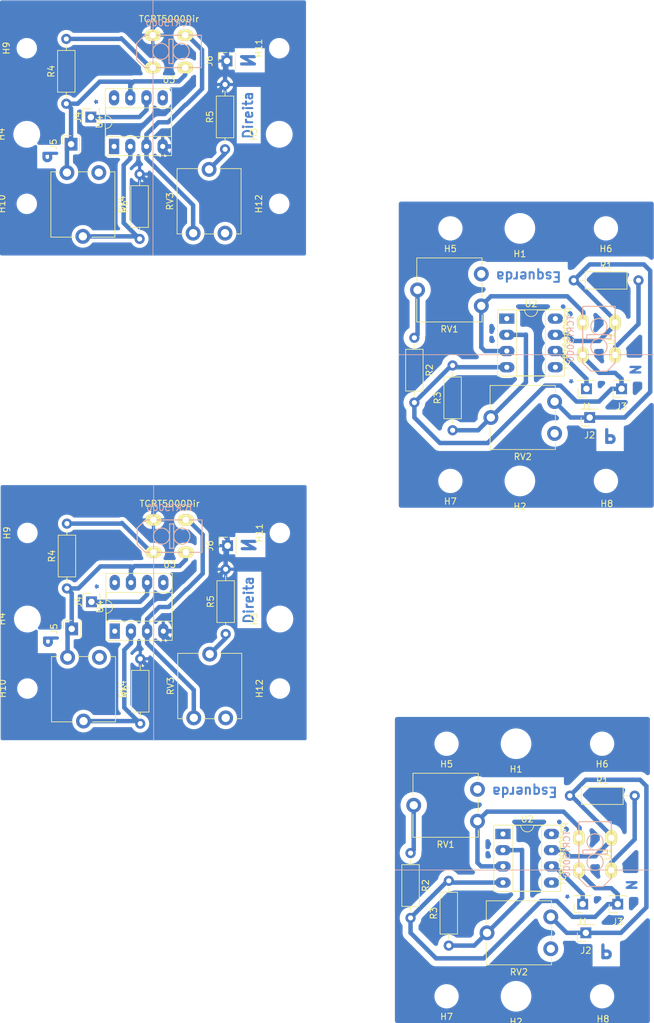
<source format=kicad_pcb>
(kicad_pcb (version 20171130) (host pcbnew "(5.1.2)-2")
  (layers (0 F.Cu signal hide) (31 B.Cu signal) (34 B.Paste user) (35 F.Paste user) (36 B.SilkS user) (37 F.SilkS user) (38 B.Mask user) (39 F.Mask user) (44 Edge.Cuts user))
  (net 0 "")
  (net 1 SinalEncoderEsq)
  (net 2 SinalEncoderDIr)
  (net 3 "Net-(R1-Pad2)")
  (net 4 "Net-(R2-Pad1)")
  (net 5 "Net-(R3-Pad1)")
  (net 6 "Net-(R4-Pad2)")
  (net 7 "Net-(R5-Pad1)")
  (net 8 "Net-(R6-Pad1)")
  (net 9 "Net-(RV1-Pad1)")
  (net 10 "Net-(RV1-Pad3)")
  (net 11 "Net-(RV2-Pad3)")
  (net 12 "Net-(RV3-Pad1)")
  (net 13 "Net-(RV3-Pad3)")
  (net 14 "Net-(RV4-Pad3)")
  (net 15 "Net-(U2-Pad1)")
  (net 16 "Net-(U2-Pad5)")
  (net 17 "Net-(U2-Pad8)")
  (net 18 "Net-(U4-Pad8)")
  (net 19 "Net-(U4-Pad5)")
  (net 20 "Net-(U4-Pad1)")
  (net 21 VccEsq)
  (net 22 GNDEsq)
  (net 23 VccDir)
  (net 24 GNDDir)
  (module Connector_PinSocket_2.54mm:PinSocket_1x01_P2.54mm_Vertical (layer F.Cu) (at 53.2 113 90)
    (fp_text reference J6 (at 0 -2.77 90) (layer F.SilkS))
    (fp_text value Conn_01x01_Female)
    (pad 1 thru_hole rect (at 0 0 90) (size 1.7 1.7) (drill 1) (layers *.Cu *.Mask) (net 24 GNDDir))
  )
  (module MountingHole:MountingHole_2mm (layer F.Cu) (at 111.95 144.05 180)
    (fp_text reference H6 (at 0 -3.2) (layer F.SilkS))
    (fp_text value Furo4Esq)
    (pad "" np_thru_hole circle (at 0 0 180) (size 2 2) (drill 2) (layers *.Cu *.Mask))
  )
  (module Connector_PinSocket_2.54mm:PinSocket_1x01_P2.54mm_Vertical (layer F.Cu) (at 28.75 126.05 90)
    (fp_text reference J5 (at 0 -2.77 90) (layer F.SilkS))
    (fp_text value Conn_01x01_Female)
    (pad 1 thru_hole rect (at 0 0 90) (size 2 2) (drill 1) (layers *.Cu *.Mask) (net 23 VccDir))
  )
  (module MountingHole:MountingHole_2mm (layer F.Cu) (at 61.4 135.4 90)
    (fp_text reference H12 (at 0 -3.2 90) (layer F.SilkS))
    (fp_text value Furo6Dir)
    (pad "" np_thru_hole circle (at 0 0 90) (size 2 2) (drill 2) (layers *.Cu *.Mask))
  )
  (module MountingHole:MountingHole_2mm (layer F.Cu) (at 87.55 183.65 180)
    (fp_text reference H7 (at 0 -3.2) (layer F.SilkS))
    (fp_text value Furo5Esq)
    (pad "" np_thru_hole circle (at 0 0 180) (size 2 2) (drill 2) (layers *.Cu *.Mask))
  )
  (module MountingHole:MountingHole_2mm (layer F.Cu) (at 21.8 135.4 90)
    (fp_text reference H10 (at 0 -3.9 90) (layer F.SilkS))
    (fp_text value Furo4Dir)
    (pad "" np_thru_hole circle (at 0 0 90) (size 2 2) (drill 2) (layers *.Cu *.Mask))
  )
  (module MountingHole:MountingHole_2mm (layer F.Cu) (at 111.95 183.65 180)
    (fp_text reference H8 (at -0.135001 -3.565001) (layer F.SilkS))
    (fp_text value Furo6Esq)
    (pad "" np_thru_hole circle (at 0 0 180) (size 2 2) (drill 2) (layers *.Cu *.Mask))
  )
  (module MountingHole:MountingHole_2mm (layer F.Cu) (at 61.4 111 90)
    (fp_text reference H11 (at 0 -3.2 90) (layer F.SilkS))
    (fp_text value Furo5Dir)
    (pad "" np_thru_hole circle (at 0 0 90) (size 2 2) (drill 2) (layers *.Cu *.Mask))
  )
  (module MountingHole:MountingHole_2mm (layer F.Cu) (at 21.8 111 90)
    (fp_text reference H9 (at 0 -3.2 90) (layer F.SilkS))
    (fp_text value Furo3Dir)
    (pad "" np_thru_hole circle (at 0 0 90) (size 2 2) (drill 2) (layers *.Cu *.Mask))
  )
  (module Resistor_THT:R_Axial_DIN0207_L6.3mm_D2.5mm_P10.16mm_Horizontal (layer F.Cu) (at 39.5 140.9 90)
    (fp_text reference R6 (at 5.08 -2.37 90) (layer F.SilkS))
    (fp_text value R10k)
    (pad 1 thru_hole circle (at 0 0 90) (size 1.6 1.6) (drill 0.8) (layers *.Cu *.Mask) (net 8 "Net-(R6-Pad1)"))
    (pad 2 thru_hole oval (at 10.16 0 90) (size 1.6 1.6) (drill 0.8) (layers *.Cu *.Mask) (net 24 GNDDir))
  )
  (module Potentiometer_THT:Potentiometer_ACP_CA9-V10_Vertical (layer F.Cu) (at 92.4 151.2 180)
    (fp_text reference RV1 (at 5 -8.65) (layer F.SilkS))
    (fp_text value R10KPOT_TRIMEsq)
    (pad 1 thru_hole circle (at 0 0 180) (size 2.34 2.34) (drill 1.3) (layers *.Cu *.Mask) (net 9 "Net-(RV1-Pad1)"))
    (pad 2 thru_hole circle (at 10 -2.5 180) (size 2.34 2.34) (drill 1.3) (layers *.Cu *.Mask) (net 4 "Net-(R2-Pad1)"))
    (pad 3 thru_hole circle (at 0 -5 180) (size 2.34 2.34) (drill 1.3) (layers *.Cu *.Mask) (net 10 "Net-(RV1-Pad3)"))
  )
  (module Resistor_THT:R_Axial_DIN0207_L6.3mm_D2.5mm_P10.16mm_Horizontal (layer F.Cu) (at 87.9 175.7 90)
    (fp_text reference R3 (at 5.08 -2.37 90) (layer F.SilkS))
    (fp_text value R10kEsq)
    (pad 2 thru_hole oval (at 10.16 0 90) (size 1.6 1.6) (drill 0.8) (layers *.Cu *.Mask) (net 22 GNDEsq))
    (pad 1 thru_hole circle (at 0 0 90) (size 1.6 1.6) (drill 0.8) (layers *.Cu *.Mask) (net 5 "Net-(R3-Pad1)"))
  )
  (module Resistor_THT:R_Axial_DIN0207_L6.3mm_D2.5mm_P10.16mm_Horizontal (layer F.Cu) (at 81.9 161.2 270)
    (fp_text reference R2 (at 5.08 -2.37 90) (layer F.SilkS))
    (fp_text value R1KEsq)
    (pad 1 thru_hole circle (at 0 0 270) (size 1.6 1.6) (drill 0.8) (layers *.Cu *.Mask) (net 4 "Net-(R2-Pad1)"))
    (pad 2 thru_hole oval (at 10.16 0 270) (size 1.6 1.6) (drill 0.8) (layers *.Cu *.Mask) (net 22 GNDEsq))
  )
  (module Connector_PinSocket_2.54mm:PinSocket_1x01_P2.54mm_Vertical (layer F.Cu) (at 31.85 121.8 90)
    (fp_text reference J4 (at 0 -2.05 90) (layer F.SilkS))
    (fp_text value Conn_01x01_Female)
    (pad 1 thru_hole rect (at 0 0 90) (size 1.7 1.7) (drill 1) (layers *.Cu *.Mask) (net 2 SinalEncoderDIr))
  )
  (module Connector_PinSocket_2.54mm:PinSocket_1x01_P2.54mm_Vertical (layer F.Cu) (at 109.4 173.7 180)
    (fp_text reference J2 (at 0 -2.77) (layer F.SilkS))
    (fp_text value Conn_01x01_Female)
    (pad 1 thru_hole rect (at 0 0 180) (size 1.7 1.7) (drill 1) (layers *.Cu *.Mask) (net 21 VccEsq))
  )
  (module Connector_PinSocket_2.54mm:PinSocket_1x01_P2.54mm_Vertical (layer F.Cu) (at 114.4 169.2 180)
    (fp_text reference J3 (at 0 -2.77) (layer F.SilkS))
    (fp_text value Conn_01x01_Female)
    (pad 1 thru_hole rect (at 0 0 180) (size 1.7 1.7) (drill 1) (layers *.Cu *.Mask) (net 22 GNDEsq))
  )
  (module Connector_PinSocket_2.54mm:PinSocket_1x01_P2.54mm_Vertical (layer F.Cu) (at 108.9 169.2 180)
    (fp_text reference J1 (at 0 -2.77) (layer F.SilkS))
    (fp_text value Conn_01x01_Female)
    (pad 1 thru_hole rect (at 0 0 180) (size 1.7 1.7) (drill 1) (layers *.Cu *.Mask) (net 1 SinalEncoderEsq))
  )
  (module Package_DIP:DIP-8_W7.62mm_Socket_LongPads (layer F.Cu) (at 96.4 158.2)
    (fp_text reference U2 (at 3.81 -2.33) (layer F.SilkS))
    (fp_text value LM741Esq)
    (pad 8 thru_hole oval (at 7.62 0) (size 2.4 1.6) (drill 0.8) (layers *.Cu *.Mask) (net 17 "Net-(U2-Pad8)"))
    (pad 4 thru_hole oval (at 0 7.62) (size 2.4 1.6) (drill 0.8) (layers *.Cu *.Mask) (net 22 GNDEsq))
    (pad 7 thru_hole oval (at 7.62 2.54) (size 2.4 1.6) (drill 0.8) (layers *.Cu *.Mask) (net 21 VccEsq))
    (pad 3 thru_hole oval (at 0 5.08) (size 2.4 1.6) (drill 0.8) (layers *.Cu *.Mask) (net 10 "Net-(RV1-Pad3)"))
    (pad 6 thru_hole oval (at 7.62 5.08) (size 2.4 1.6) (drill 0.8) (layers *.Cu *.Mask) (net 1 SinalEncoderEsq))
    (pad 2 thru_hole oval (at 0 2.54) (size 2.4 1.6) (drill 0.8) (layers *.Cu *.Mask) (net 5 "Net-(R3-Pad1)"))
    (pad 5 thru_hole oval (at 7.62 7.62) (size 2.4 1.6) (drill 0.8) (layers *.Cu *.Mask) (net 16 "Net-(U2-Pad5)"))
    (pad 1 thru_hole rect (at 0 0) (size 2.4 1.6) (drill 0.8) (layers *.Cu *.Mask) (net 15 "Net-(U2-Pad1)"))
  )
  (module Resistor_THT:R_Axial_DIN0207_L6.3mm_D2.5mm_P10.16mm_Horizontal (layer F.Cu) (at 106.9 152.2)
    (fp_text reference R1 (at 5.08 -2.37) (layer F.SilkS))
    (fp_text value R220ledIREsq)
    (pad 1 thru_hole circle (at 0 0) (size 1.6 1.6) (drill 0.8) (layers *.Cu *.Mask) (net 21 VccEsq))
    (pad 2 thru_hole oval (at 10.16 0) (size 1.6 1.6) (drill 0.8) (layers *.Cu *.Mask) (net 3 "Net-(R1-Pad2)"))
  )
  (module Potentiometer_THT:Potentiometer_ACP_CA9-V10_Vertical (layer F.Cu) (at 28.1 130.5 270)
    (fp_text reference RV4 (at 5 -8.65 90) (layer F.SilkS))
    (fp_text value R10KPOT_TRIM)
    (pad 1 thru_hole circle (at 0 0 270) (size 2.34 2.34) (drill 1.3) (layers *.Cu *.Mask) (net 23 VccDir))
    (pad 2 thru_hole circle (at 10 -2.5 270) (size 2.34 2.34) (drill 1.3) (layers *.Cu *.Mask) (net 8 "Net-(R6-Pad1)"))
    (pad 3 thru_hole circle (at 0 -5 270) (size 2.34 2.34) (drill 1.3) (layers *.Cu *.Mask) (net 14 "Net-(RV4-Pad3)"))
  )
  (module Potentiometer_THT:Potentiometer_ACP_CA9-V10_Vertical (layer F.Cu) (at 103.9 171.2 180)
    (fp_text reference RV2 (at 5 -8.65) (layer F.SilkS))
    (fp_text value R10KPOT_TRIMEsq)
    (pad 1 thru_hole circle (at 0 0 180) (size 2.34 2.34) (drill 1.3) (layers *.Cu *.Mask) (net 21 VccEsq))
    (pad 2 thru_hole circle (at 10 -2.5 180) (size 2.34 2.34) (drill 1.3) (layers *.Cu *.Mask) (net 5 "Net-(R3-Pad1)"))
    (pad 3 thru_hole circle (at 0 -5 180) (size 2.34 2.34) (drill 1.3) (layers *.Cu *.Mask) (net 11 "Net-(RV2-Pad3)"))
  )
  (module Resistor_THT:R_Axial_DIN0207_L6.3mm_D2.5mm_P10.16mm_Horizontal (layer F.Cu) (at 52.9 126.85 90)
    (fp_text reference R5 (at 5.08 -2.37 90) (layer F.SilkS))
    (fp_text value R1KDir)
    (pad 2 thru_hole oval (at 10.16 0 90) (size 1.6 1.6) (drill 0.8) (layers *.Cu *.Mask) (net 24 GNDDir))
    (pad 1 thru_hole circle (at 0 0 90) (size 1.6 1.6) (drill 0.8) (layers *.Cu *.Mask) (net 7 "Net-(R5-Pad1)"))
  )
  (module Resistor_THT:R_Axial_DIN0207_L6.3mm_D2.5mm_P10.16mm_Horizontal (layer F.Cu) (at 28 119.7 90)
    (fp_text reference R4 (at 5.08 -2.37 90) (layer F.SilkS))
    (fp_text value R220ledIRDir)
    (pad 2 thru_hole oval (at 10.16 0 90) (size 1.6 1.6) (drill 0.8) (layers *.Cu *.Mask) (net 6 "Net-(R4-Pad2)"))
    (pad 1 thru_hole circle (at 0 0 90) (size 1.6 1.6) (drill 0.8) (layers *.Cu *.Mask) (net 23 VccDir))
  )
  (module MountingHole:MountingHole_3mm (layer F.Cu) (at 98.45 144.05 180)
    (fp_text reference H1 (at 0 -4) (layer F.SilkS))
    (fp_text value Furo1Esq)
    (pad 1 np_thru_hole circle (at 0 0 180) (size 3 3) (drill 3) (layers *.Cu *.Mask))
  )
  (module Potentiometer_THT:Potentiometer_ACP_CA9-V10_Vertical (layer F.Cu) (at 52.9 140 90)
    (fp_text reference RV3 (at 5 -8.65 90) (layer F.SilkS))
    (fp_text value R10KPOT_TRIMDir)
    (pad 3 thru_hole circle (at 0 -5 90) (size 2.34 2.34) (drill 1.3) (layers *.Cu *.Mask) (net 13 "Net-(RV3-Pad3)"))
    (pad 2 thru_hole circle (at 10 -2.5 90) (size 2.34 2.34) (drill 1.3) (layers *.Cu *.Mask) (net 7 "Net-(R5-Pad1)"))
    (pad 1 thru_hole circle (at 0 0 90) (size 2.34 2.34) (drill 1.3) (layers *.Cu *.Mask) (net 12 "Net-(RV3-Pad1)"))
  )
  (module MountingHole:MountingHole_2mm (layer F.Cu) (at 87.55 144.05 180)
    (fp_text reference H5 (at 0 -3.2) (layer F.SilkS))
    (fp_text value Furo3Esq)
    (pad "" np_thru_hole circle (at 0 0 180) (size 2 2) (drill 2) (layers *.Cu *.Mask))
  )
  (module MountingHole:MountingHole_3mm (layer F.Cu) (at 21.8 124.5 90)
    (fp_text reference H4 (at 0 -4 90) (layer F.SilkS))
    (fp_text value Furo2Dir)
    (pad 1 np_thru_hole circle (at 0 0 90) (size 3 3) (drill 3) (layers *.Cu *.Mask))
  )
  (module MountingHole:MountingHole_3mm (layer F.Cu) (at 61.4 124.5 90)
    (fp_text reference H3 (at 0 -4 90) (layer F.SilkS))
    (fp_text value Furo1Dir)
    (pad 1 np_thru_hole circle (at 0 0 90) (size 3 3) (drill 3) (layers *.Cu *.Mask))
  )
  (module MountingHole:MountingHole_3mm (layer F.Cu) (at 98.45 183.65 180)
    (fp_text reference H2 (at 0 -4) (layer F.SilkS))
    (fp_text value Furo2Esq)
    (pad 1 np_thru_hole circle (at 0 0 180) (size 3 3) (drill 3) (layers *.Cu *.Mask))
  )
  (module Package_DIP:DIP-8_W7.62mm_Socket_LongPads (layer F.Cu) (at 35.5 126.4 90)
    (fp_text reference U4 (at 3.81 -2.33 90) (layer F.SilkS))
    (fp_text value LM741)
    (pad 1 thru_hole rect (at 0 0 90) (size 2.4 1.6) (drill 0.8) (layers *.Cu *.Mask) (net 20 "Net-(U4-Pad1)"))
    (pad 5 thru_hole oval (at 7.62 7.62 90) (size 2.4 1.6) (drill 0.8) (layers *.Cu *.Mask) (net 19 "Net-(U4-Pad5)"))
    (pad 2 thru_hole oval (at 0 2.54 90) (size 2.4 1.6) (drill 0.8) (layers *.Cu *.Mask) (net 8 "Net-(R6-Pad1)"))
    (pad 6 thru_hole oval (at 7.62 5.08 90) (size 2.4 1.6) (drill 0.8) (layers *.Cu *.Mask) (net 2 SinalEncoderDIr))
    (pad 3 thru_hole oval (at 0 5.08 90) (size 2.4 1.6) (drill 0.8) (layers *.Cu *.Mask) (net 13 "Net-(RV3-Pad3)"))
    (pad 7 thru_hole oval (at 7.62 2.54 90) (size 2.4 1.6) (drill 0.8) (layers *.Cu *.Mask) (net 23 VccDir))
    (pad 4 thru_hole oval (at 0 7.62 90) (size 2.4 1.6) (drill 0.8) (layers *.Cu *.Mask) (net 24 GNDDir))
    (pad 8 thru_hole oval (at 7.62 0 90) (size 2.4 1.6) (drill 0.8) (layers *.Cu *.Mask) (net 18 "Net-(U4-Pad8)"))
  )
  (module Sensores_e_componentes_SL:TCRT5000Extendido (layer F.Cu) (at 44.108 111.5 180)
    (fp_text reference U3 (at 0 -4.445) (layer F.SilkS))
    (fp_text value TCRT5000Dir (at 0 5.08) (layer F.SilkS))
    (fp_text user TCRT5000 (at 0 4.445) (layer B.SilkS) (effects (justify mirror)))
    (pad 4 thru_hole oval (at -2.54 2.54 180) (size 2.5 1.8) (drill 1) (layers *.Cu *.Mask F.SilkS) (net 13 "Net-(RV3-Pad3)"))
    (pad 3 thru_hole oval (at -2.54 -2.54 180) (size 2.5 1.8) (drill 1) (layers *.Cu *.Mask F.SilkS) (net 23 VccDir))
    (pad 2 thru_hole oval (at 2.54 2.54 180) (size 2.5 1.8) (drill 1) (layers *.Cu *.Mask F.SilkS) (net 24 GNDDir))
    (pad 1 thru_hole oval (at 2.54 -2.54 180) (size 2.5 1.8) (drill 1) (layers *.Cu *.Mask F.SilkS) (net 6 "Net-(R4-Pad2)"))
  )
  (module Sensores_e_componentes_SL:TCRT5000Extendido (layer F.Cu) (at 110.85 161.35 270)
    (fp_text reference U1 (at 0 -1.905 90) (layer F.SilkS))
    (fp_text value TCRT5000Esq (at 0 5.08 90) (layer F.SilkS))
    (fp_text user TCRT5000 (at 0 4.445 90) (layer B.SilkS) (effects (justify mirror)))
    (pad 1 thru_hole oval (at 2.54 -2.54 270) (size 2.5 1.8) (drill 1) (layers *.Cu *.Mask F.SilkS) (net 3 "Net-(R1-Pad2)"))
    (pad 2 thru_hole oval (at 2.54 2.54 270) (size 2.5 1.8) (drill 1) (layers *.Cu *.Mask F.SilkS) (net 22 GNDEsq))
    (pad 3 thru_hole oval (at -2.54 -2.54 270) (size 2.5 1.8) (drill 1) (layers *.Cu *.Mask F.SilkS) (net 21 VccEsq))
    (pad 4 thru_hole oval (at -2.54 2.54 270) (size 2.5 1.8) (drill 1) (layers *.Cu *.Mask F.SilkS) (net 10 "Net-(RV1-Pad3)"))
  )
  (module Resistor_THT:R_Axial_DIN0207_L6.3mm_D2.5mm_P10.16mm_Horizontal (layer F.Cu) (at 107.5 71.4)
    (fp_text reference R1 (at 5.08 -2.37) (layer F.SilkS))
    (fp_text value R220ledIREsq)
    (pad 2 thru_hole oval (at 10.16 0) (size 1.6 1.6) (drill 0.8) (layers *.Cu *.Mask) (net 3 "Net-(R1-Pad2)"))
    (pad 1 thru_hole circle (at 0 0) (size 1.6 1.6) (drill 0.8) (layers *.Cu *.Mask) (net 21 VccEsq))
  )
  (module Connector_PinSocket_2.54mm:PinSocket_1x01_P2.54mm_Vertical (layer F.Cu) (at 115 88.4 180)
    (fp_text reference J3 (at 0 -2.77) (layer F.SilkS))
    (fp_text value Conn_01x01_Female)
    (pad 1 thru_hole rect (at 0 0 180) (size 1.7 1.7) (drill 1) (layers *.Cu *.Mask) (net 22 GNDEsq))
  )
  (module Potentiometer_THT:Potentiometer_ACP_CA9-V10_Vertical (layer F.Cu) (at 104.5 90.4 180)
    (fp_text reference RV2 (at 5 -8.65) (layer F.SilkS))
    (fp_text value R10KPOT_TRIMEsq)
    (pad 3 thru_hole circle (at 0 -5 180) (size 2.34 2.34) (drill 1.3) (layers *.Cu *.Mask) (net 11 "Net-(RV2-Pad3)"))
    (pad 2 thru_hole circle (at 10 -2.5 180) (size 2.34 2.34) (drill 1.3) (layers *.Cu *.Mask) (net 5 "Net-(R3-Pad1)"))
    (pad 1 thru_hole circle (at 0 0 180) (size 2.34 2.34) (drill 1.3) (layers *.Cu *.Mask) (net 21 VccEsq))
  )
  (module Potentiometer_THT:Potentiometer_ACP_CA9-V10_Vertical (layer F.Cu) (at 28 54.5 270)
    (fp_text reference RV4 (at 5 -8.65 90) (layer F.SilkS))
    (fp_text value R10KPOT_TRIM)
    (pad 3 thru_hole circle (at 0 -5 270) (size 2.34 2.34) (drill 1.3) (layers *.Cu *.Mask) (net 14 "Net-(RV4-Pad3)"))
    (pad 2 thru_hole circle (at 10 -2.5 270) (size 2.34 2.34) (drill 1.3) (layers *.Cu *.Mask) (net 8 "Net-(R6-Pad1)"))
    (pad 1 thru_hole circle (at 0 0 270) (size 2.34 2.34) (drill 1.3) (layers *.Cu *.Mask) (net 23 VccDir))
  )
  (module Package_DIP:DIP-8_W7.62mm_Socket_LongPads (layer F.Cu) (at 97 77.4)
    (fp_text reference U2 (at 3.81 -2.33) (layer F.SilkS))
    (fp_text value LM741Esq)
    (pad 1 thru_hole rect (at 0 0) (size 2.4 1.6) (drill 0.8) (layers *.Cu *.Mask) (net 15 "Net-(U2-Pad1)"))
    (pad 5 thru_hole oval (at 7.62 7.62) (size 2.4 1.6) (drill 0.8) (layers *.Cu *.Mask) (net 16 "Net-(U2-Pad5)"))
    (pad 2 thru_hole oval (at 0 2.54) (size 2.4 1.6) (drill 0.8) (layers *.Cu *.Mask) (net 5 "Net-(R3-Pad1)"))
    (pad 6 thru_hole oval (at 7.62 5.08) (size 2.4 1.6) (drill 0.8) (layers *.Cu *.Mask) (net 1 SinalEncoderEsq))
    (pad 3 thru_hole oval (at 0 5.08) (size 2.4 1.6) (drill 0.8) (layers *.Cu *.Mask) (net 10 "Net-(RV1-Pad3)"))
    (pad 7 thru_hole oval (at 7.62 2.54) (size 2.4 1.6) (drill 0.8) (layers *.Cu *.Mask) (net 21 VccEsq))
    (pad 4 thru_hole oval (at 0 7.62) (size 2.4 1.6) (drill 0.8) (layers *.Cu *.Mask) (net 22 GNDEsq))
    (pad 8 thru_hole oval (at 7.62 0) (size 2.4 1.6) (drill 0.8) (layers *.Cu *.Mask) (net 17 "Net-(U2-Pad8)"))
  )
  (module Connector_PinSocket_2.54mm:PinSocket_1x01_P2.54mm_Vertical (layer F.Cu) (at 109.5 88.4 180)
    (fp_text reference J1 (at 0 -2.77) (layer F.SilkS))
    (fp_text value Conn_01x01_Female)
    (pad 1 thru_hole rect (at 0 0 180) (size 1.7 1.7) (drill 1) (layers *.Cu *.Mask) (net 1 SinalEncoderEsq))
  )
  (module Connector_PinSocket_2.54mm:PinSocket_1x01_P2.54mm_Vertical (layer F.Cu) (at 110 92.9 180)
    (fp_text reference J2 (at 0 -2.77) (layer F.SilkS))
    (fp_text value Conn_01x01_Female)
    (pad 1 thru_hole rect (at 0 0 180) (size 1.7 1.7) (drill 1) (layers *.Cu *.Mask) (net 21 VccEsq))
  )
  (module Connector_PinSocket_2.54mm:PinSocket_1x01_P2.54mm_Vertical (layer F.Cu) (at 31.75 45.8 90)
    (fp_text reference J4 (at 0 -2.05 90) (layer F.SilkS))
    (fp_text value Conn_01x01_Female)
    (pad 1 thru_hole rect (at 0 0 90) (size 1.7 1.7) (drill 1) (layers *.Cu *.Mask) (net 2 SinalEncoderDIr))
  )
  (module Resistor_THT:R_Axial_DIN0207_L6.3mm_D2.5mm_P10.16mm_Horizontal (layer F.Cu) (at 82.5 80.4 270)
    (fp_text reference R2 (at 5.08 -2.37 90) (layer F.SilkS))
    (fp_text value R1KEsq)
    (pad 2 thru_hole oval (at 10.16 0 270) (size 1.6 1.6) (drill 0.8) (layers *.Cu *.Mask) (net 22 GNDEsq))
    (pad 1 thru_hole circle (at 0 0 270) (size 1.6 1.6) (drill 0.8) (layers *.Cu *.Mask) (net 4 "Net-(R2-Pad1)"))
  )
  (module Resistor_THT:R_Axial_DIN0207_L6.3mm_D2.5mm_P10.16mm_Horizontal (layer F.Cu) (at 88.5 94.9 90)
    (fp_text reference R3 (at 5.08 -2.37 90) (layer F.SilkS))
    (fp_text value R10kEsq)
    (pad 1 thru_hole circle (at 0 0 90) (size 1.6 1.6) (drill 0.8) (layers *.Cu *.Mask) (net 5 "Net-(R3-Pad1)"))
    (pad 2 thru_hole oval (at 10.16 0 90) (size 1.6 1.6) (drill 0.8) (layers *.Cu *.Mask) (net 22 GNDEsq))
  )
  (module Resistor_THT:R_Axial_DIN0207_L6.3mm_D2.5mm_P10.16mm_Horizontal (layer F.Cu) (at 27.9 43.7 90)
    (fp_text reference R4 (at 5.08 -2.37 90) (layer F.SilkS))
    (fp_text value R220ledIRDir)
    (pad 1 thru_hole circle (at 0 0 90) (size 1.6 1.6) (drill 0.8) (layers *.Cu *.Mask) (net 23 VccDir))
    (pad 2 thru_hole oval (at 10.16 0 90) (size 1.6 1.6) (drill 0.8) (layers *.Cu *.Mask) (net 6 "Net-(R4-Pad2)"))
  )
  (module Resistor_THT:R_Axial_DIN0207_L6.3mm_D2.5mm_P10.16mm_Horizontal (layer F.Cu) (at 52.8 50.85 90)
    (fp_text reference R5 (at 5.08 -2.37 90) (layer F.SilkS))
    (fp_text value R1KDir)
    (pad 1 thru_hole circle (at 0 0 90) (size 1.6 1.6) (drill 0.8) (layers *.Cu *.Mask) (net 7 "Net-(R5-Pad1)"))
    (pad 2 thru_hole oval (at 10.16 0 90) (size 1.6 1.6) (drill 0.8) (layers *.Cu *.Mask) (net 24 GNDDir))
  )
  (module Resistor_THT:R_Axial_DIN0207_L6.3mm_D2.5mm_P10.16mm_Horizontal (layer F.Cu) (at 39.4 64.9 90)
    (fp_text reference R6 (at 5.08 -2.37 90) (layer F.SilkS))
    (fp_text value R10k)
    (pad 2 thru_hole oval (at 10.16 0 90) (size 1.6 1.6) (drill 0.8) (layers *.Cu *.Mask) (net 24 GNDDir))
    (pad 1 thru_hole circle (at 0 0 90) (size 1.6 1.6) (drill 0.8) (layers *.Cu *.Mask) (net 8 "Net-(R6-Pad1)"))
  )
  (module Potentiometer_THT:Potentiometer_ACP_CA9-V10_Vertical (layer F.Cu) (at 93 70.4 180)
    (fp_text reference RV1 (at 5 -8.65) (layer F.SilkS))
    (fp_text value R10KPOT_TRIMEsq)
    (pad 3 thru_hole circle (at 0 -5 180) (size 2.34 2.34) (drill 1.3) (layers *.Cu *.Mask) (net 10 "Net-(RV1-Pad3)"))
    (pad 2 thru_hole circle (at 10 -2.5 180) (size 2.34 2.34) (drill 1.3) (layers *.Cu *.Mask) (net 4 "Net-(R2-Pad1)"))
    (pad 1 thru_hole circle (at 0 0 180) (size 2.34 2.34) (drill 1.3) (layers *.Cu *.Mask) (net 9 "Net-(RV1-Pad1)"))
  )
  (module Potentiometer_THT:Potentiometer_ACP_CA9-V10_Vertical (layer F.Cu) (at 52.8 64 90)
    (fp_text reference RV3 (at 5 -8.65 90) (layer F.SilkS))
    (fp_text value R10KPOT_TRIMDir)
    (pad 1 thru_hole circle (at 0 0 90) (size 2.34 2.34) (drill 1.3) (layers *.Cu *.Mask) (net 12 "Net-(RV3-Pad1)"))
    (pad 2 thru_hole circle (at 10 -2.5 90) (size 2.34 2.34) (drill 1.3) (layers *.Cu *.Mask) (net 7 "Net-(R5-Pad1)"))
    (pad 3 thru_hole circle (at 0 -5 90) (size 2.34 2.34) (drill 1.3) (layers *.Cu *.Mask) (net 13 "Net-(RV3-Pad3)"))
  )
  (module Sensores_e_componentes_SL:TCRT5000Extendido (layer F.Cu) (at 111.45 80.55 270)
    (fp_text reference U1 (at 0 -1.905 90) (layer F.SilkS))
    (fp_text value TCRT5000Esq (at 0 5.08 90) (layer F.SilkS))
    (fp_text user TCRT5000 (at 0 4.445 90) (layer B.SilkS) (effects (justify mirror)))
    (pad 4 thru_hole oval (at -2.54 2.54 270) (size 2.5 1.8) (drill 1) (layers *.Cu *.Mask F.SilkS) (net 10 "Net-(RV1-Pad3)"))
    (pad 3 thru_hole oval (at -2.54 -2.54 270) (size 2.5 1.8) (drill 1) (layers *.Cu *.Mask F.SilkS) (net 21 VccEsq))
    (pad 2 thru_hole oval (at 2.54 2.54 270) (size 2.5 1.8) (drill 1) (layers *.Cu *.Mask F.SilkS) (net 22 GNDEsq))
    (pad 1 thru_hole oval (at 2.54 -2.54 270) (size 2.5 1.8) (drill 1) (layers *.Cu *.Mask F.SilkS) (net 3 "Net-(R1-Pad2)"))
  )
  (module Sensores_e_componentes_SL:TCRT5000Extendido (layer F.Cu) (at 44.008 35.5 180)
    (fp_text reference U3 (at 0 -4.445) (layer F.SilkS))
    (fp_text value TCRT5000Dir (at 0 5.08) (layer F.SilkS))
    (fp_text user TCRT5000 (at 0 4.445) (layer B.SilkS) (effects (justify mirror)))
    (pad 1 thru_hole oval (at 2.54 -2.54 180) (size 2.5 1.8) (drill 1) (layers *.Cu *.Mask F.SilkS) (net 6 "Net-(R4-Pad2)"))
    (pad 2 thru_hole oval (at 2.54 2.54 180) (size 2.5 1.8) (drill 1) (layers *.Cu *.Mask F.SilkS) (net 24 GNDDir))
    (pad 3 thru_hole oval (at -2.54 -2.54 180) (size 2.5 1.8) (drill 1) (layers *.Cu *.Mask F.SilkS) (net 23 VccDir))
    (pad 4 thru_hole oval (at -2.54 2.54 180) (size 2.5 1.8) (drill 1) (layers *.Cu *.Mask F.SilkS) (net 13 "Net-(RV3-Pad3)"))
  )
  (module Package_DIP:DIP-8_W7.62mm_Socket_LongPads (layer F.Cu) (at 35.4 50.4 90)
    (fp_text reference U4 (at 3.81 -2.33 90) (layer F.SilkS))
    (fp_text value LM741)
    (pad 8 thru_hole oval (at 7.62 0 90) (size 2.4 1.6) (drill 0.8) (layers *.Cu *.Mask) (net 18 "Net-(U4-Pad8)"))
    (pad 4 thru_hole oval (at 0 7.62 90) (size 2.4 1.6) (drill 0.8) (layers *.Cu *.Mask) (net 24 GNDDir))
    (pad 7 thru_hole oval (at 7.62 2.54 90) (size 2.4 1.6) (drill 0.8) (layers *.Cu *.Mask) (net 23 VccDir))
    (pad 3 thru_hole oval (at 0 5.08 90) (size 2.4 1.6) (drill 0.8) (layers *.Cu *.Mask) (net 13 "Net-(RV3-Pad3)"))
    (pad 6 thru_hole oval (at 7.62 5.08 90) (size 2.4 1.6) (drill 0.8) (layers *.Cu *.Mask) (net 2 SinalEncoderDIr))
    (pad 2 thru_hole oval (at 0 2.54 90) (size 2.4 1.6) (drill 0.8) (layers *.Cu *.Mask) (net 8 "Net-(R6-Pad1)"))
    (pad 5 thru_hole oval (at 7.62 7.62 90) (size 2.4 1.6) (drill 0.8) (layers *.Cu *.Mask) (net 19 "Net-(U4-Pad5)"))
    (pad 1 thru_hole rect (at 0 0 90) (size 2.4 1.6) (drill 0.8) (layers *.Cu *.Mask) (net 20 "Net-(U4-Pad1)"))
  )
  (module MountingHole:MountingHole_3mm (layer F.Cu) (at 99.05 63.25 180)
    (fp_text reference H1 (at 0 -4) (layer F.SilkS))
    (fp_text value Furo1Esq)
    (pad 1 np_thru_hole circle (at 0 0 180) (size 3 3) (drill 3) (layers *.Cu *.Mask))
  )
  (module MountingHole:MountingHole_3mm (layer F.Cu) (at 99.05 102.85 180)
    (fp_text reference H2 (at 0 -4) (layer F.SilkS))
    (fp_text value Furo2Esq)
    (pad 1 np_thru_hole circle (at 0 0 180) (size 3 3) (drill 3) (layers *.Cu *.Mask))
  )
  (module MountingHole:MountingHole_3mm (layer F.Cu) (at 61.3 48.5 90)
    (fp_text reference H3 (at 0 -4 90) (layer F.SilkS))
    (fp_text value Furo1Dir)
    (pad 1 np_thru_hole circle (at 0 0 90) (size 3 3) (drill 3) (layers *.Cu *.Mask))
  )
  (module MountingHole:MountingHole_3mm (layer F.Cu) (at 21.7 48.5 90)
    (fp_text reference H4 (at 0 -4 90) (layer F.SilkS))
    (fp_text value Furo2Dir)
    (pad 1 np_thru_hole circle (at 0 0 90) (size 3 3) (drill 3) (layers *.Cu *.Mask))
  )
  (module MountingHole:MountingHole_2mm (layer F.Cu) (at 88.15 63.25 180)
    (fp_text reference H5 (at 0 -3.2) (layer F.SilkS))
    (fp_text value Furo3Esq)
    (pad "" np_thru_hole circle (at 0 0 180) (size 2 2) (drill 2) (layers *.Cu *.Mask))
  )
  (module MountingHole:MountingHole_2mm (layer F.Cu) (at 112.55 63.25 180)
    (fp_text reference H6 (at 0 -3.2) (layer F.SilkS))
    (fp_text value Furo4Esq)
    (pad "" np_thru_hole circle (at 0 0 180) (size 2 2) (drill 2) (layers *.Cu *.Mask))
  )
  (module MountingHole:MountingHole_2mm (layer F.Cu) (at 88.15 102.85 180)
    (fp_text reference H7 (at 0 -3.2) (layer F.SilkS))
    (fp_text value Furo5Esq)
    (pad "" np_thru_hole circle (at 0 0 180) (size 2 2) (drill 2) (layers *.Cu *.Mask))
  )
  (module MountingHole:MountingHole_2mm (layer F.Cu) (at 112.55 102.85 180)
    (fp_text reference H8 (at -0.135001 -3.565001) (layer F.SilkS))
    (fp_text value Furo6Esq)
    (pad "" np_thru_hole circle (at 0 0 180) (size 2 2) (drill 2) (layers *.Cu *.Mask))
  )
  (module MountingHole:MountingHole_2mm (layer F.Cu) (at 21.7 35 90)
    (fp_text reference H9 (at 0 -3.2 90) (layer F.SilkS))
    (fp_text value Furo3Dir)
    (pad "" np_thru_hole circle (at 0 0 90) (size 2 2) (drill 2) (layers *.Cu *.Mask))
  )
  (module MountingHole:MountingHole_2mm (layer F.Cu) (at 21.7 59.4 90)
    (fp_text reference H10 (at 0 -3.9 90) (layer F.SilkS))
    (fp_text value Furo4Dir)
    (pad "" np_thru_hole circle (at 0 0 90) (size 2 2) (drill 2) (layers *.Cu *.Mask))
  )
  (module MountingHole:MountingHole_2mm (layer F.Cu) (at 61.3 35 90)
    (fp_text reference H11 (at 0 -3.2 90) (layer F.SilkS))
    (fp_text value Furo5Dir)
    (pad "" np_thru_hole circle (at 0 0 90) (size 2 2) (drill 2) (layers *.Cu *.Mask))
  )
  (module MountingHole:MountingHole_2mm (layer F.Cu) (at 61.3 59.4 90)
    (fp_text reference H12 (at 0 -3.2 90) (layer F.SilkS))
    (fp_text value Furo6Dir)
    (pad "" np_thru_hole circle (at 0 0 90) (size 2 2) (drill 2) (layers *.Cu *.Mask))
  )
  (module Connector_PinSocket_2.54mm:PinSocket_1x01_P2.54mm_Vertical (layer F.Cu) (at 28.65 50.05 90)
    (fp_text reference J5 (at 0 -2.77 90) (layer F.SilkS))
    (fp_text value Conn_01x01_Female)
    (pad 1 thru_hole rect (at 0 0 90) (size 2 2) (drill 1) (layers *.Cu *.Mask) (net 23 VccDir))
  )
  (module Connector_PinSocket_2.54mm:PinSocket_1x01_P2.54mm_Vertical (layer F.Cu) (at 53.1 37 90)
    (fp_text reference J6 (at 0 -2.77 90) (layer F.SilkS))
    (fp_text value Conn_01x01_Female)
    (pad 1 thru_hole rect (at 0 0 90) (size 1.7 1.7) (drill 1) (layers *.Cu *.Mask) (net 24 GNDDir))
  )
  (gr_text * (at 106.5 167.7 180) (layer B.Cu) (effects (font (size 1 1) (thickness 0.25)) (justify mirror)))
  (gr_text * (at 33 119.4 90) (layer B.Cu) (effects (font (size 1 1) (thickness 0.25)) (justify mirror)))
  (gr_text P (at 25.6 128 90) (layer B.Cu) (effects (font (size 2 2) (thickness 0.5)) (justify mirror)))
  (gr_text P (at 112.6 176.5 180) (layer B.Cu) (effects (font (size 2 2) (thickness 0.5)) (justify mirror)))
  (gr_text N (at 56.6 112.9 90) (layer B.Cu) (effects (font (size 2 2) (thickness 0.5)) (justify mirror)))
  (gr_text N (at 116.5 166.2 270) (layer B.Cu) (effects (font (size 1.5 1.5) (thickness 0.375))))
  (gr_text Direita (at 56.5 121.5 90) (layer B.Cu) (effects (font (size 1.5 1.5) (thickness 0.3))))
  (gr_text Esquerda (at 99.8 151.6 180) (layer B.Cu) (effects (font (size 1.5 1.5) (thickness 0.3))))
  (gr_line (start 41.6 103.5) (end 41.6 143.5) (layer B.SilkS) (width 0.12))
  (gr_line (start 119.45 163.85) (end 79.45 163.85) (layer B.SilkS) (width 0.12))
  (gr_text Esquerda (at 100.4 70.8 180) (layer B.Cu) (effects (font (size 1.5 1.5) (thickness 0.3))))
  (gr_text Direita (at 56.4 45.5 90) (layer B.Cu) (effects (font (size 1.5 1.5) (thickness 0.3))))
  (gr_text N (at 117.1 85.4 270) (layer B.Cu) (effects (font (size 1.5 1.5) (thickness 0.375))))
  (gr_text N (at 56.5 36.9 90) (layer B.Cu) (effects (font (size 2 2) (thickness 0.5)) (justify mirror)))
  (gr_text * (at 107.1 86.9 180) (layer B.Cu) (effects (font (size 1 1) (thickness 0.25)) (justify mirror)))
  (gr_text P (at 113.2 95.7 180) (layer B.Cu) (effects (font (size 2 2) (thickness 0.5)) (justify mirror)))
  (gr_text * (at 32.9 43.4 90) (layer B.Cu) (effects (font (size 1 1) (thickness 0.25)) (justify mirror)))
  (gr_text P (at 25.5 52 90) (layer B.Cu) (effects (font (size 2 2) (thickness 0.5)) (justify mirror)))
  (gr_line (start 120.05 83.05) (end 80.05 83.05) (layer B.SilkS) (width 0.12))
  (gr_line (start 41.5 27.5) (end 41.5 67.5) (layer B.SilkS) (width 0.12))
  (segment (start 109.5 86.85) (end 109.5 88.4) (width 0.7) (layer B.Cu) (net 1))
  (segment (start 105.13 82.48) (end 109.5 86.85) (width 0.7) (layer B.Cu) (net 1))
  (segment (start 104.62 82.48) (end 105.13 82.48) (width 0.7) (layer B.Cu) (net 1))
  (segment (start 104.02 163.28) (end 104.53 163.28) (width 0.7) (layer B.Cu) (net 1))
  (segment (start 108.9 167.65) (end 108.9 169.2) (width 0.7) (layer B.Cu) (net 1))
  (segment (start 104.53 163.28) (end 108.9 167.65) (width 0.7) (layer B.Cu) (net 1))
  (segment (start 33.3 45.8) (end 31.75 45.8) (width 0.7) (layer B.Cu) (net 2))
  (segment (start 39.36 45.8) (end 33.3 45.8) (width 0.7) (layer B.Cu) (net 2))
  (segment (start 40.48 44.68) (end 39.36 45.8) (width 0.7) (layer B.Cu) (net 2))
  (segment (start 40.48 42.78) (end 40.48 44.68) (width 0.7) (layer B.Cu) (net 2))
  (segment (start 40.58 120.68) (end 39.46 121.8) (width 0.7) (layer B.Cu) (net 2))
  (segment (start 39.46 121.8) (end 33.4 121.8) (width 0.7) (layer B.Cu) (net 2))
  (segment (start 40.58 118.78) (end 40.58 120.68) (width 0.7) (layer B.Cu) (net 2))
  (segment (start 33.4 121.8) (end 31.85 121.8) (width 0.7) (layer B.Cu) (net 2))
  (segment (start 117.66 72.53137) (end 117.66 71.4) (width 0.7) (layer B.Cu) (net 3))
  (segment (start 117.66 78.24) (end 117.66 72.53137) (width 0.7) (layer B.Cu) (net 3))
  (segment (start 113.99 83.09) (end 113.99 81.91) (width 0.7) (layer B.Cu) (net 3))
  (segment (start 113.99 81.91) (end 117.66 78.24) (width 0.7) (layer B.Cu) (net 3))
  (segment (start 117.06 159.04) (end 117.06 153.33137) (width 0.7) (layer B.Cu) (net 3))
  (segment (start 113.39 163.89) (end 113.39 162.71) (width 0.7) (layer B.Cu) (net 3))
  (segment (start 113.39 162.71) (end 117.06 159.04) (width 0.7) (layer B.Cu) (net 3))
  (segment (start 117.06 153.33137) (end 117.06 152.2) (width 0.7) (layer B.Cu) (net 3))
  (segment (start 83 79.9) (end 82.5 80.4) (width 0.7) (layer B.Cu) (net 4))
  (segment (start 83 72.9) (end 83 79.9) (width 0.7) (layer B.Cu) (net 4))
  (segment (start 82.4 160.7) (end 81.9 161.2) (width 0.7) (layer B.Cu) (net 4))
  (segment (start 82.4 153.7) (end 82.4 160.7) (width 0.7) (layer B.Cu) (net 4))
  (segment (start 92.5 94.9) (end 94.5 92.9) (width 0.7) (layer B.Cu) (net 5))
  (segment (start 88.5 94.9) (end 92.5 94.9) (width 0.7) (layer B.Cu) (net 5))
  (segment (start 99.96 79.94) (end 97 79.94) (width 0.7) (layer B.Cu) (net 5))
  (segment (start 100 79.9) (end 99.96 79.94) (width 0.7) (layer B.Cu) (net 5))
  (segment (start 94.5 92.9) (end 100 87.4) (width 0.7) (layer B.Cu) (net 5))
  (segment (start 100 87.4) (end 100 79.9) (width 0.7) (layer B.Cu) (net 5))
  (segment (start 91.9 175.7) (end 93.9 173.7) (width 0.7) (layer B.Cu) (net 5))
  (segment (start 87.9 175.7) (end 91.9 175.7) (width 0.7) (layer B.Cu) (net 5))
  (segment (start 99.36 160.74) (end 96.4 160.74) (width 0.7) (layer B.Cu) (net 5))
  (segment (start 93.9 173.7) (end 99.4 168.2) (width 0.7) (layer B.Cu) (net 5))
  (segment (start 99.4 160.7) (end 99.36 160.74) (width 0.7) (layer B.Cu) (net 5))
  (segment (start 99.4 168.2) (end 99.4 160.7) (width 0.7) (layer B.Cu) (net 5))
  (segment (start 41.118 38.04) (end 36.528 33.45) (width 0.7) (layer B.Cu) (net 6))
  (segment (start 41.468 38.04) (end 41.118 38.04) (width 0.7) (layer B.Cu) (net 6))
  (segment (start 36.438 33.54) (end 27.9 33.54) (width 0.7) (layer B.Cu) (net 6))
  (segment (start 36.528 33.45) (end 36.438 33.54) (width 0.7) (layer B.Cu) (net 6))
  (segment (start 36.628 109.45) (end 36.538 109.54) (width 0.7) (layer B.Cu) (net 6))
  (segment (start 41.568 114.04) (end 41.218 114.04) (width 0.7) (layer B.Cu) (net 6))
  (segment (start 41.218 114.04) (end 36.628 109.45) (width 0.7) (layer B.Cu) (net 6))
  (segment (start 36.538 109.54) (end 28 109.54) (width 0.7) (layer B.Cu) (net 6))
  (segment (start 52.8 51.5) (end 52.8 50.85) (width 0.7) (layer B.Cu) (net 7))
  (segment (start 50.3 54) (end 52.8 51.5) (width 0.7) (layer B.Cu) (net 7))
  (segment (start 52.9 127.5) (end 52.9 126.85) (width 0.7) (layer B.Cu) (net 7))
  (segment (start 50.4 130) (end 52.9 127.5) (width 0.7) (layer B.Cu) (net 7))
  (segment (start 39 64.5) (end 39.4 64.9) (width 0.7) (layer B.Cu) (net 8))
  (segment (start 30.5 64.5) (end 39 64.5) (width 0.7) (layer B.Cu) (net 8))
  (segment (start 37.94 52.3) (end 36.9 53.34) (width 0.7) (layer B.Cu) (net 8))
  (segment (start 37.94 50.4) (end 37.94 52.3) (width 0.7) (layer B.Cu) (net 8))
  (segment (start 36.9 62.4) (end 39.4 64.9) (width 0.7) (layer B.Cu) (net 8))
  (segment (start 36.9 53.34) (end 36.9 62.4) (width 0.7) (layer B.Cu) (net 8))
  (segment (start 38.04 126.4) (end 38.04 128.3) (width 0.7) (layer B.Cu) (net 8))
  (segment (start 39.1 140.5) (end 39.5 140.9) (width 0.7) (layer B.Cu) (net 8))
  (segment (start 30.6 140.5) (end 39.1 140.5) (width 0.7) (layer B.Cu) (net 8))
  (segment (start 38.04 128.3) (end 37 129.34) (width 0.7) (layer B.Cu) (net 8))
  (segment (start 37 129.34) (end 37 138.4) (width 0.7) (layer B.Cu) (net 8))
  (segment (start 37 138.4) (end 39.5 140.9) (width 0.7) (layer B.Cu) (net 8))
  (segment (start 108.91 77.66) (end 109 77.57) (width 0.7) (layer B.Cu) (net 10))
  (segment (start 108.91 78.01) (end 108.91 77.66) (width 0.7) (layer B.Cu) (net 10))
  (segment (start 109 77.57) (end 109 76.4) (width 0.7) (layer B.Cu) (net 10))
  (segment (start 109 76.4) (end 106.5 73.9) (width 0.7) (layer B.Cu) (net 10))
  (segment (start 94.5 73.9) (end 93 75.4) (width 0.7) (layer B.Cu) (net 10))
  (segment (start 106.5 73.9) (end 94.5 73.9) (width 0.7) (layer B.Cu) (net 10))
  (segment (start 93 75.4) (end 93 81.9) (width 0.7) (layer B.Cu) (net 10))
  (segment (start 93.58 82.48) (end 97 82.48) (width 0.7) (layer B.Cu) (net 10))
  (segment (start 93 81.9) (end 93.58 82.48) (width 0.7) (layer B.Cu) (net 10))
  (segment (start 108.4 158.37) (end 108.4 157.2) (width 0.7) (layer B.Cu) (net 10))
  (segment (start 93.9 154.7) (end 92.4 156.2) (width 0.7) (layer B.Cu) (net 10))
  (segment (start 92.4 156.2) (end 92.4 162.7) (width 0.7) (layer B.Cu) (net 10))
  (segment (start 105.9 154.7) (end 93.9 154.7) (width 0.7) (layer B.Cu) (net 10))
  (segment (start 92.4 162.7) (end 92.98 163.28) (width 0.7) (layer B.Cu) (net 10))
  (segment (start 108.31 158.81) (end 108.31 158.46) (width 0.7) (layer B.Cu) (net 10))
  (segment (start 108.4 157.2) (end 105.9 154.7) (width 0.7) (layer B.Cu) (net 10))
  (segment (start 92.98 163.28) (end 96.4 163.28) (width 0.7) (layer B.Cu) (net 10))
  (segment (start 108.31 158.46) (end 108.4 158.37) (width 0.7) (layer B.Cu) (net 10))
  (segment (start 46.898 32.96) (end 49.2 35.262) (width 0.7) (layer B.Cu) (net 13))
  (segment (start 46.548 32.96) (end 46.898 32.96) (width 0.7) (layer B.Cu) (net 13))
  (segment (start 49.2 41.364998) (end 46.714998 43.85) (width 0.7) (layer B.Cu) (net 13))
  (segment (start 49.2 35.262) (end 49.2 41.364998) (width 0.7) (layer B.Cu) (net 13))
  (segment (start 46.714998 43.85) (end 46.63 43.85) (width 0.7) (layer B.Cu) (net 13))
  (segment (start 40.48 50.8) (end 40.48 50.4) (width 0.7) (layer B.Cu) (net 13))
  (segment (start 42.365 46.615) (end 43.865 46.615) (width 0.7) (layer B.Cu) (net 13))
  (segment (start 40.48 48.5) (end 42.365 46.615) (width 0.7) (layer B.Cu) (net 13))
  (segment (start 40.48 50.4) (end 40.48 48.5) (width 0.7) (layer B.Cu) (net 13))
  (segment (start 46.63 43.85) (end 43.865 46.615) (width 0.7) (layer B.Cu) (net 13))
  (segment (start 40.48 50.4) (end 40.48 52.3) (width 0.7) (layer B.Cu) (net 13))
  (segment (start 47.8 64) (end 47.8 59.62) (width 0.7) (layer B.Cu) (net 13))
  (segment (start 40.48 52.3) (end 40.815 52.635) (width 0.7) (layer B.Cu) (net 13))
  (segment (start 40.815 52.635) (end 41.93 53.75) (width 0.7) (layer B.Cu) (net 13))
  (segment (start 47.8 59.62) (end 40.815 52.635) (width 0.7) (layer B.Cu) (net 13))
  (segment (start 49.3 111.262) (end 49.3 117.364998) (width 0.7) (layer B.Cu) (net 13))
  (segment (start 46.814998 119.85) (end 46.73 119.85) (width 0.7) (layer B.Cu) (net 13))
  (segment (start 40.58 126.8) (end 40.58 126.4) (width 0.7) (layer B.Cu) (net 13))
  (segment (start 40.58 124.5) (end 42.465 122.615) (width 0.7) (layer B.Cu) (net 13))
  (segment (start 42.465 122.615) (end 43.965 122.615) (width 0.7) (layer B.Cu) (net 13))
  (segment (start 46.998 108.96) (end 49.3 111.262) (width 0.7) (layer B.Cu) (net 13))
  (segment (start 46.648 108.96) (end 46.998 108.96) (width 0.7) (layer B.Cu) (net 13))
  (segment (start 49.3 117.364998) (end 46.814998 119.85) (width 0.7) (layer B.Cu) (net 13))
  (segment (start 40.58 126.4) (end 40.58 124.5) (width 0.7) (layer B.Cu) (net 13))
  (segment (start 40.915 128.635) (end 42.03 129.75) (width 0.7) (layer B.Cu) (net 13))
  (segment (start 40.58 126.4) (end 40.58 128.3) (width 0.7) (layer B.Cu) (net 13))
  (segment (start 47.9 140) (end 47.9 135.62) (width 0.7) (layer B.Cu) (net 13))
  (segment (start 46.73 119.85) (end 43.965 122.615) (width 0.7) (layer B.Cu) (net 13))
  (segment (start 47.9 135.62) (end 40.915 128.635) (width 0.7) (layer B.Cu) (net 13))
  (segment (start 40.58 128.3) (end 40.915 128.635) (width 0.7) (layer B.Cu) (net 13))
  (segment (start 113.99 78.36) (end 113.99 78.01) (width 0.7) (layer B.Cu) (net 21))
  (segment (start 111.5 80.85) (end 113.99 78.36) (width 0.7) (layer B.Cu) (net 21))
  (segment (start 111.5 80.9) (end 111.5 80.85) (width 0.7) (layer B.Cu) (net 21))
  (segment (start 107.48 80.9) (end 111.5 80.9) (width 0.7) (layer B.Cu) (net 21))
  (segment (start 106.52 79.94) (end 107.48 80.9) (width 0.7) (layer B.Cu) (net 21))
  (segment (start 104.62 79.94) (end 106.52 79.94) (width 0.7) (layer B.Cu) (net 21))
  (segment (start 113.99 77.89) (end 113.99 78.01) (width 0.7) (layer B.Cu) (net 21))
  (segment (start 107.73 71.4) (end 107.5 71.4) (width 0.7) (layer B.Cu) (net 21))
  (segment (start 113.99 77.66) (end 107.73 71.4) (width 0.7) (layer B.Cu) (net 21))
  (segment (start 113.99 78.01) (end 113.99 77.66) (width 0.7) (layer B.Cu) (net 21))
  (segment (start 115.5 92.9) (end 111.55 92.9) (width 0.7) (layer B.Cu) (net 21))
  (segment (start 119.5 88.9) (end 115.5 92.9) (width 0.7) (layer B.Cu) (net 21))
  (segment (start 119.5 69.9) (end 119.5 88.9) (width 0.7) (layer B.Cu) (net 21))
  (segment (start 118.5 68.9) (end 119.5 69.9) (width 0.7) (layer B.Cu) (net 21))
  (segment (start 107.5 71.4) (end 110 68.9) (width 0.7) (layer B.Cu) (net 21))
  (segment (start 110 68.9) (end 118.5 68.9) (width 0.7) (layer B.Cu) (net 21))
  (segment (start 111.55 92.9) (end 110 92.9) (width 0.7) (layer B.Cu) (net 21))
  (segment (start 110 92.9) (end 107 92.9) (width 0.7) (layer B.Cu) (net 21))
  (segment (start 107 92.9) (end 104.5 90.4) (width 0.7) (layer B.Cu) (net 21))
  (segment (start 110.9 161.7) (end 110.9 161.65) (width 0.7) (layer B.Cu) (net 21))
  (segment (start 113.39 159.16) (end 113.39 158.81) (width 0.7) (layer B.Cu) (net 21))
  (segment (start 105.92 160.74) (end 106.88 161.7) (width 0.7) (layer B.Cu) (net 21))
  (segment (start 107.13 152.2) (end 106.9 152.2) (width 0.7) (layer B.Cu) (net 21))
  (segment (start 113.39 158.46) (end 107.13 152.2) (width 0.7) (layer B.Cu) (net 21))
  (segment (start 113.39 158.81) (end 113.39 158.46) (width 0.7) (layer B.Cu) (net 21))
  (segment (start 118.9 169.7) (end 114.9 173.7) (width 0.7) (layer B.Cu) (net 21))
  (segment (start 117.9 149.7) (end 118.9 150.7) (width 0.7) (layer B.Cu) (net 21))
  (segment (start 106.9 152.2) (end 109.4 149.7) (width 0.7) (layer B.Cu) (net 21))
  (segment (start 110.9 161.65) (end 113.39 159.16) (width 0.7) (layer B.Cu) (net 21))
  (segment (start 106.88 161.7) (end 110.9 161.7) (width 0.7) (layer B.Cu) (net 21))
  (segment (start 110.95 173.7) (end 109.4 173.7) (width 0.7) (layer B.Cu) (net 21))
  (segment (start 104.02 160.74) (end 105.92 160.74) (width 0.7) (layer B.Cu) (net 21))
  (segment (start 109.4 173.7) (end 106.4 173.7) (width 0.7) (layer B.Cu) (net 21))
  (segment (start 118.9 150.7) (end 118.9 169.7) (width 0.7) (layer B.Cu) (net 21))
  (segment (start 109.4 149.7) (end 117.9 149.7) (width 0.7) (layer B.Cu) (net 21))
  (segment (start 114.9 173.7) (end 110.95 173.7) (width 0.7) (layer B.Cu) (net 21))
  (segment (start 106.4 173.7) (end 103.9 171.2) (width 0.7) (layer B.Cu) (net 21))
  (segment (start 113.39 158.69) (end 113.39 158.81) (width 0.7) (layer B.Cu) (net 21))
  (segment (start 108.91 83.09) (end 108.91 83.44) (width 0.7) (layer B.Cu) (net 22))
  (segment (start 108.91 83.31) (end 111.5 85.9) (width 0.7) (layer B.Cu) (net 22))
  (segment (start 111.5 85.9) (end 114 85.9) (width 0.7) (layer B.Cu) (net 22))
  (segment (start 108.91 83.09) (end 108.91 83.31) (width 0.7) (layer B.Cu) (net 22))
  (segment (start 114 85.9) (end 114.5 86.4) (width 0.7) (layer B.Cu) (net 22))
  (segment (start 114.5 86.4) (end 114.55 86.4) (width 0.7) (layer B.Cu) (net 22))
  (segment (start 115 86.85) (end 115 88.4) (width 0.7) (layer B.Cu) (net 22))
  (segment (start 114.55 86.4) (end 115 86.85) (width 0.7) (layer B.Cu) (net 22))
  (segment (start 88.32 84.74) (end 88.5 84.74) (width 0.7) (layer B.Cu) (net 22))
  (segment (start 82.5 90.56) (end 88.32 84.74) (width 0.7) (layer B.Cu) (net 22))
  (segment (start 88.78 85.02) (end 88.5 84.74) (width 0.7) (layer B.Cu) (net 22))
  (segment (start 97 85.02) (end 88.78 85.02) (width 0.7) (layer B.Cu) (net 22))
  (segment (start 105.420801 87.9) (end 107.920801 90.4) (width 0.7) (layer B.Cu) (net 22))
  (segment (start 103 87.9) (end 105.420801 87.9) (width 0.7) (layer B.Cu) (net 22))
  (segment (start 94 96.9) (end 103 87.9) (width 0.7) (layer B.Cu) (net 22))
  (segment (start 86.5 96.9) (end 94 96.9) (width 0.7) (layer B.Cu) (net 22))
  (segment (start 82.5 90.56) (end 82.5 92.9) (width 0.7) (layer B.Cu) (net 22))
  (segment (start 113.45 88.4) (end 115 88.4) (width 0.7) (layer B.Cu) (net 22))
  (segment (start 82.5 92.9) (end 86.5 96.9) (width 0.7) (layer B.Cu) (net 22))
  (segment (start 107.920801 90.4) (end 111.45 90.4) (width 0.7) (layer B.Cu) (net 22))
  (segment (start 111.45 90.4) (end 113.45 88.4) (width 0.7) (layer B.Cu) (net 22))
  (segment (start 88.18 165.82) (end 87.9 165.54) (width 0.7) (layer B.Cu) (net 22))
  (segment (start 87.72 165.54) (end 87.9 165.54) (width 0.7) (layer B.Cu) (net 22))
  (segment (start 102.4 168.7) (end 104.820801 168.7) (width 0.7) (layer B.Cu) (net 22))
  (segment (start 108.31 164.11) (end 110.9 166.7) (width 0.7) (layer B.Cu) (net 22))
  (segment (start 108.31 163.89) (end 108.31 164.11) (width 0.7) (layer B.Cu) (net 22))
  (segment (start 113.4 166.7) (end 113.9 167.2) (width 0.7) (layer B.Cu) (net 22))
  (segment (start 114.4 167.65) (end 114.4 169.2) (width 0.7) (layer B.Cu) (net 22))
  (segment (start 104.820801 168.7) (end 107.320801 171.2) (width 0.7) (layer B.Cu) (net 22))
  (segment (start 107.320801 171.2) (end 110.85 171.2) (width 0.7) (layer B.Cu) (net 22))
  (segment (start 110.85 171.2) (end 112.85 169.2) (width 0.7) (layer B.Cu) (net 22))
  (segment (start 93.4 177.7) (end 102.4 168.7) (width 0.7) (layer B.Cu) (net 22))
  (segment (start 96.4 165.82) (end 88.18 165.82) (width 0.7) (layer B.Cu) (net 22))
  (segment (start 113.9 167.2) (end 113.95 167.2) (width 0.7) (layer B.Cu) (net 22))
  (segment (start 85.9 177.7) (end 93.4 177.7) (width 0.7) (layer B.Cu) (net 22))
  (segment (start 112.85 169.2) (end 114.4 169.2) (width 0.7) (layer B.Cu) (net 22))
  (segment (start 110.9 166.7) (end 113.4 166.7) (width 0.7) (layer B.Cu) (net 22))
  (segment (start 81.9 171.36) (end 81.9 173.7) (width 0.7) (layer B.Cu) (net 22))
  (segment (start 81.9 173.7) (end 85.9 177.7) (width 0.7) (layer B.Cu) (net 22))
  (segment (start 113.95 167.2) (end 114.4 167.65) (width 0.7) (layer B.Cu) (net 22))
  (segment (start 81.9 171.36) (end 87.72 165.54) (width 0.7) (layer B.Cu) (net 22))
  (segment (start 108.31 163.89) (end 108.31 164.24) (width 0.7) (layer B.Cu) (net 22))
  (segment (start 37.94 42.38) (end 37.94 42.78) (width 0.7) (layer B.Cu) (net 23))
  (segment (start 37.94 40.76) (end 37.94 42.38) (width 0.7) (layer B.Cu) (net 23))
  (segment (start 38.5 40.2) (end 37.94 40.76) (width 0.7) (layer B.Cu) (net 23))
  (segment (start 45.538 40.2) (end 38.5 40.2) (width 0.7) (layer B.Cu) (net 23))
  (segment (start 46.548 38.04) (end 46.548 39.19) (width 0.7) (layer B.Cu) (net 23))
  (segment (start 46.548 39.19) (end 45.538 40.2) (width 0.7) (layer B.Cu) (net 23))
  (segment (start 29.7 43.7) (end 27.9 43.7) (width 0.7) (layer B.Cu) (net 23))
  (segment (start 33.15 40.25) (end 29.7 43.7) (width 0.7) (layer B.Cu) (net 23))
  (segment (start 37.94 42.38) (end 37.94 40.25) (width 0.7) (layer B.Cu) (net 23))
  (segment (start 37.94 40.25) (end 33.15 40.25) (width 0.7) (layer B.Cu) (net 23))
  (segment (start 28 50.7) (end 28.65 50.05) (width 0.7) (layer B.Cu) (net 23))
  (segment (start 28 54.5) (end 28 50.7) (width 0.7) (layer B.Cu) (net 23))
  (segment (start 28.65 44.45) (end 27.9 43.7) (width 0.7) (layer B.Cu) (net 23))
  (segment (start 28.65 50.05) (end 28.65 44.45) (width 0.7) (layer B.Cu) (net 23))
  (segment (start 38.04 118.38) (end 38.04 118.78) (width 0.7) (layer B.Cu) (net 23))
  (segment (start 45.638 116.2) (end 38.6 116.2) (width 0.7) (layer B.Cu) (net 23))
  (segment (start 46.648 114.04) (end 46.648 115.19) (width 0.7) (layer B.Cu) (net 23))
  (segment (start 46.648 115.19) (end 45.638 116.2) (width 0.7) (layer B.Cu) (net 23))
  (segment (start 38.6 116.2) (end 38.04 116.76) (width 0.7) (layer B.Cu) (net 23))
  (segment (start 38.04 116.76) (end 38.04 118.38) (width 0.7) (layer B.Cu) (net 23))
  (segment (start 29.8 119.7) (end 28 119.7) (width 0.7) (layer B.Cu) (net 23))
  (segment (start 28.1 130.5) (end 28.1 126.7) (width 0.7) (layer B.Cu) (net 23))
  (segment (start 28.75 126.05) (end 28.75 120.45) (width 0.7) (layer B.Cu) (net 23))
  (segment (start 28.1 126.7) (end 28.75 126.05) (width 0.7) (layer B.Cu) (net 23))
  (segment (start 28.75 120.45) (end 28 119.7) (width 0.7) (layer B.Cu) (net 23))
  (segment (start 38.04 118.38) (end 38.04 116.25) (width 0.7) (layer B.Cu) (net 23))
  (segment (start 33.25 116.25) (end 29.8 119.7) (width 0.7) (layer B.Cu) (net 23))
  (segment (start 38.04 116.25) (end 33.25 116.25) (width 0.7) (layer B.Cu) (net 23))
  (segment (start 52.8 37.3) (end 53.1 37) (width 0.7) (layer B.Cu) (net 24))
  (segment (start 52.8 40.69) (end 52.8 37.3) (width 0.7) (layer B.Cu) (net 24))
  (segment (start 41.468 31.81) (end 41.468 32.96) (width 0.7) (layer B.Cu) (net 24))
  (segment (start 42.828 30.45) (end 41.468 31.81) (width 0.7) (layer B.Cu) (net 24))
  (segment (start 47.65 30.45) (end 42.828 30.45) (width 0.7) (layer B.Cu) (net 24))
  (segment (start 53.1 35.9) (end 47.65 30.45) (width 0.7) (layer B.Cu) (net 24))
  (segment (start 53.1 37) (end 53.1 35.9) (width 0.7) (layer B.Cu) (net 24))
  (segment (start 52.000001 41.489999) (end 52.000001 46.499999) (width 0.7) (layer B.Cu) (net 24))
  (segment (start 52.8 40.69) (end 52.000001 41.489999) (width 0.7) (layer B.Cu) (net 24))
  (segment (start 48.1 50.4) (end 43.02 50.4) (width 0.7) (layer B.Cu) (net 24))
  (segment (start 52.000001 46.499999) (end 48.1 50.4) (width 0.7) (layer B.Cu) (net 24))
  (segment (start 43.02 50.4) (end 44.07 50.4) (width 0.7) (layer B.Cu) (net 24))
  (segment (start 48.9 56.68) (end 43.02 50.8) (width 0.7) (layer B.Cu) (net 24))
  (segment (start 48.9 56.7) (end 48.9 56.68) (width 0.7) (layer B.Cu) (net 24))
  (segment (start 50.3 58.1) (end 48.9 56.7) (width 0.7) (layer B.Cu) (net 24))
  (segment (start 43.3 58.64) (end 43.3 66) (width 0.7) (layer B.Cu) (net 24))
  (segment (start 39.4 54.74) (end 43.3 58.64) (width 0.7) (layer B.Cu) (net 24))
  (segment (start 43.3 66) (end 43.8 66.5) (width 0.7) (layer B.Cu) (net 24))
  (segment (start 43.8 66.5) (end 49.5 66.5) (width 0.7) (layer B.Cu) (net 24))
  (segment (start 43.02 50.8) (end 43.02 50.4) (width 0.7) (layer B.Cu) (net 24))
  (segment (start 49.5 66.5) (end 50.3 65.7) (width 0.7) (layer B.Cu) (net 24))
  (segment (start 50.3 65.7) (end 50.3 58.1) (width 0.7) (layer B.Cu) (net 24))
  (segment (start 49 132.7) (end 49 132.68) (width 0.7) (layer B.Cu) (net 24))
  (segment (start 52.100001 122.499999) (end 48.2 126.4) (width 0.7) (layer B.Cu) (net 24))
  (segment (start 43.9 142.5) (end 49.6 142.5) (width 0.7) (layer B.Cu) (net 24))
  (segment (start 52.9 113.3) (end 53.2 113) (width 0.7) (layer B.Cu) (net 24))
  (segment (start 52.100001 117.489999) (end 52.100001 122.499999) (width 0.7) (layer B.Cu) (net 24))
  (segment (start 49.6 142.5) (end 50.4 141.7) (width 0.7) (layer B.Cu) (net 24))
  (segment (start 48.2 126.4) (end 43.12 126.4) (width 0.7) (layer B.Cu) (net 24))
  (segment (start 50.4 141.7) (end 50.4 134.1) (width 0.7) (layer B.Cu) (net 24))
  (segment (start 42.928 106.45) (end 41.568 107.81) (width 0.7) (layer B.Cu) (net 24))
  (segment (start 50.4 134.1) (end 49 132.7) (width 0.7) (layer B.Cu) (net 24))
  (segment (start 43.4 142) (end 43.9 142.5) (width 0.7) (layer B.Cu) (net 24))
  (segment (start 43.12 126.8) (end 43.12 126.4) (width 0.7) (layer B.Cu) (net 24))
  (segment (start 43.12 126.4) (end 44.17 126.4) (width 0.7) (layer B.Cu) (net 24))
  (segment (start 43.4 134.64) (end 43.4 142) (width 0.7) (layer B.Cu) (net 24))
  (segment (start 52.9 116.69) (end 52.100001 117.489999) (width 0.7) (layer B.Cu) (net 24))
  (segment (start 47.75 106.45) (end 42.928 106.45) (width 0.7) (layer B.Cu) (net 24))
  (segment (start 49 132.68) (end 43.12 126.8) (width 0.7) (layer B.Cu) (net 24))
  (segment (start 53.2 113) (end 53.2 111.9) (width 0.7) (layer B.Cu) (net 24))
  (segment (start 39.5 130.74) (end 43.4 134.64) (width 0.7) (layer B.Cu) (net 24))
  (segment (start 52.9 116.69) (end 52.9 113.3) (width 0.7) (layer B.Cu) (net 24))
  (segment (start 53.2 111.9) (end 47.75 106.45) (width 0.7) (layer B.Cu) (net 24))
  (segment (start 41.568 107.81) (end 41.568 108.96) (width 0.7) (layer B.Cu) (net 24))
  (zone (net 24) (net_name GNDDir) (layer B.Cu) (connect_pads (clearance 0.6)) (min_thickness 0.5) (fill yes (arc_segments 32) (thermal_gap 0.508) (thermal_bridge_width 0.508))
    (polygon (pts (xy 17.5 67.5) (xy 17.5 27.5) (xy 65.5 27.5) (xy 65.5 67.5)))
  )
  (zone (net 0) (net_name "") (layer B.Cu) (connect_pads (clearance 0.9)) (min_thickness 0.7) (fill yes (arc_segments 32) (thermal_gap 1) (thermal_bridge_width 1))
    (polygon (pts (xy 120.05 107.05) (xy 80.05 107.05) (xy 80.05 59.05) (xy 120.05 59.05)))
  )
  (zone (net 0) (net_name "") (layer B.Cu) (connect_pads (clearance 0.9)) (min_thickness 0.7) (fill yes (arc_segments 32) (thermal_gap 1) (thermal_bridge_width 1))
    (polygon (pts (xy 119.45 187.85) (xy 79.45 187.85) (xy 79.45 139.85) (xy 119.45 139.85)))
  )
  (zone (net 24) (net_name GNDDir) (layer B.Cu) (connect_pads (clearance 0.6)) (min_thickness 0.5) (fill yes (arc_segments 32) (thermal_gap 0.508) (thermal_bridge_width 0.508))
    (polygon (pts (xy 17.6 143.5) (xy 17.6 103.5) (xy 65.6 103.5) (xy 65.6 143.5)))
  )
)
</source>
